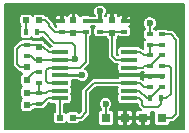
<source format=gtl>
G04 #@! TF.FileFunction,Copper,L1,Top,Mixed*
%FSLAX46Y46*%
G04 Gerber Fmt 4.6, Leading zero omitted, Abs format (unit mm)*
G04 Created by KiCad (PCBNEW 4.0.6-e0-6349~53~ubuntu16.04.1) date Wed Apr 19 22:32:26 2017*
%MOMM*%
%LPD*%
G01*
G04 APERTURE LIST*
%ADD10C,0.100000*%
%ADD11R,0.800000X0.800000*%
%ADD12R,1.450000X0.450000*%
%ADD13R,0.500000X0.600000*%
%ADD14R,0.600000X0.500000*%
%ADD15R,0.600000X0.400000*%
%ADD16R,0.400000X0.600000*%
%ADD17C,0.600000*%
%ADD18C,0.304800*%
%ADD19C,0.203200*%
%ADD20C,0.254000*%
%ADD21C,0.152400*%
G04 APERTURE END LIST*
D10*
D11*
X133947000Y-126103000D03*
X135547000Y-126103000D03*
X138722000Y-126103000D03*
X137122000Y-126103000D03*
D12*
X130050000Y-120550000D03*
X130050000Y-121200000D03*
X130050000Y-121850000D03*
X130050000Y-122500000D03*
X130050000Y-123150000D03*
X130050000Y-123800000D03*
X130050000Y-124450000D03*
X135950000Y-124450000D03*
X135950000Y-123800000D03*
X135950000Y-123150000D03*
X135950000Y-122500000D03*
X135950000Y-121850000D03*
X135950000Y-121200000D03*
X135950000Y-120550000D03*
D13*
X131214000Y-118935000D03*
X131214000Y-117835000D03*
D14*
X128312000Y-117848000D03*
X127212000Y-117848000D03*
D13*
X128270000Y-120092000D03*
X128270000Y-121192000D03*
X127254000Y-122906500D03*
X127254000Y-121806500D03*
X127254000Y-125065500D03*
X127254000Y-123965500D03*
D14*
X131169500Y-126103000D03*
X130069500Y-126103000D03*
D13*
X134493000Y-118906000D03*
X134493000Y-117806000D03*
D15*
X132232400Y-117914000D03*
X132232400Y-118814000D03*
X130200400Y-118814000D03*
X130200400Y-117914000D03*
D16*
X128085000Y-118864000D03*
X127185000Y-118864000D03*
D15*
X127254000Y-119938000D03*
X127254000Y-120838000D03*
X128270000Y-123124000D03*
X128270000Y-122224000D03*
X128270000Y-124902000D03*
X128270000Y-124002000D03*
X137668000Y-123505000D03*
X137668000Y-122605000D03*
X138684000Y-123505000D03*
X138684000Y-122605000D03*
D16*
X138626000Y-124452000D03*
X137726000Y-124452000D03*
D15*
X138684000Y-120827000D03*
X138684000Y-121727000D03*
X133477000Y-117906000D03*
X133477000Y-118806000D03*
X135509000Y-118806000D03*
X135509000Y-117906000D03*
X137668000Y-120827000D03*
X137668000Y-121727000D03*
X138684000Y-119049000D03*
X138684000Y-119949000D03*
X137668000Y-119049000D03*
X137668000Y-119949000D03*
D17*
X125984000Y-125730000D03*
X139446000Y-117348000D03*
X133794500Y-121793000D03*
X131318000Y-121094500D03*
X133475000Y-117100000D03*
X131953000Y-122491500D03*
X133934200Y-124942600D03*
X137668000Y-118110000D03*
D18*
X125984000Y-116840000D02*
X130048000Y-116840000D01*
X125984000Y-125730000D02*
X125984000Y-116840000D01*
X130200400Y-116992400D02*
X130200400Y-117914000D01*
X130048000Y-116840000D02*
X130200400Y-116992400D01*
X135890000Y-117348000D02*
X135509000Y-117729000D01*
X139446000Y-117348000D02*
X135890000Y-117348000D01*
X135509000Y-117729000D02*
X135509000Y-117906000D01*
X135950000Y-122500000D02*
X134501500Y-122500000D01*
X134501500Y-122500000D02*
X133794500Y-121793000D01*
X137668000Y-122605000D02*
X137083000Y-122605000D01*
X136978000Y-122500000D02*
X135950000Y-122500000D01*
X137083000Y-122605000D02*
X136978000Y-122500000D01*
X138684000Y-122605000D02*
X137668000Y-122605000D01*
D19*
X130050000Y-121850000D02*
X129114700Y-121850000D01*
X129068200Y-123150000D02*
X130050000Y-123150000D01*
X128892300Y-122974100D02*
X129068200Y-123150000D01*
X128892300Y-122072400D02*
X128892300Y-122974100D01*
X129114700Y-121850000D02*
X128892300Y-122072400D01*
X132232400Y-118814000D02*
X132232400Y-121386600D01*
X131769000Y-121850000D02*
X130050000Y-121850000D01*
X132232400Y-121386600D02*
X131769000Y-121850000D01*
X130200400Y-118814000D02*
X129609000Y-118814000D01*
X128833500Y-117848000D02*
X128312000Y-117848000D01*
X129159000Y-118173500D02*
X128833500Y-117848000D01*
X129159000Y-118364000D02*
X129159000Y-118173500D01*
X129609000Y-118814000D02*
X129159000Y-118364000D01*
X132214000Y-118835000D02*
X131314000Y-118835000D01*
X131314000Y-118835000D02*
X131214000Y-118935000D01*
X130214000Y-118835000D02*
X131114000Y-118835000D01*
X131114000Y-118835000D02*
X131214000Y-118935000D01*
X127212000Y-117848000D02*
X127212000Y-118837000D01*
X127212000Y-118837000D02*
X127185000Y-118864000D01*
X128270000Y-120092000D02*
X128672500Y-120092000D01*
X129130500Y-120550000D02*
X130050000Y-120550000D01*
X128672500Y-120092000D02*
X129130500Y-120550000D01*
X127254000Y-119938000D02*
X128116000Y-119938000D01*
X128116000Y-119938000D02*
X128270000Y-120092000D01*
X127254000Y-119938000D02*
X126751500Y-119938000D01*
X126704000Y-121806500D02*
X127254000Y-121806500D01*
X126428500Y-121531000D02*
X126704000Y-121806500D01*
X126428500Y-120261000D02*
X126428500Y-121531000D01*
X126751500Y-119938000D02*
X126428500Y-120261000D01*
X131314000Y-121090500D02*
X131318000Y-121086500D01*
X131318000Y-121094500D02*
X131314000Y-121090500D01*
X128085000Y-118864000D02*
X128714500Y-118864000D01*
X131204500Y-121200000D02*
X130050000Y-121200000D01*
X131318000Y-121086500D02*
X131204500Y-121200000D01*
X131318000Y-120007000D02*
X131318000Y-121086500D01*
X131064000Y-119753000D02*
X131318000Y-120007000D01*
X129603500Y-119753000D02*
X131064000Y-119753000D01*
X128714500Y-118864000D02*
X129603500Y-119753000D01*
X128270000Y-121192000D02*
X130042000Y-121192000D01*
X130042000Y-121192000D02*
X130050000Y-121200000D01*
X127254000Y-120838000D02*
X127577000Y-120838000D01*
X127931000Y-121192000D02*
X128270000Y-121192000D01*
X127577000Y-120838000D02*
X127931000Y-121192000D01*
D18*
X133475000Y-117100000D02*
X133477000Y-117102000D01*
X133477000Y-117102000D02*
X133477000Y-117906000D01*
X132232400Y-117914000D02*
X132969000Y-117914000D01*
X132969000Y-117914000D02*
X133469000Y-117914000D01*
X133469000Y-117914000D02*
X133477000Y-117906000D01*
D20*
X131944500Y-122500000D02*
X130050000Y-122500000D01*
X131953000Y-122491500D02*
X131944500Y-122500000D01*
D19*
X127254000Y-122906500D02*
X127254000Y-122864500D01*
X127254000Y-122864500D02*
X127894500Y-122224000D01*
X127894500Y-122224000D02*
X128270000Y-122224000D01*
X130050000Y-124450000D02*
X130050000Y-126020000D01*
X130050000Y-126020000D02*
X130133000Y-126103000D01*
X128270000Y-124902000D02*
X128582000Y-124902000D01*
X129034000Y-124450000D02*
X130050000Y-124450000D01*
X128582000Y-124902000D02*
X129034000Y-124450000D01*
X127254000Y-125065500D02*
X127656500Y-125065500D01*
X127820000Y-124902000D02*
X128270000Y-124902000D01*
X127656500Y-125065500D02*
X127820000Y-124902000D01*
X128270000Y-124002000D02*
X128847000Y-124002000D01*
X129049000Y-123800000D02*
X130050000Y-123800000D01*
X128847000Y-124002000D02*
X129049000Y-123800000D01*
X127254000Y-123965500D02*
X128233500Y-123965500D01*
X128233500Y-123965500D02*
X128270000Y-124002000D01*
X128270000Y-123124000D02*
X128270000Y-124002000D01*
X135950000Y-123150000D02*
X136810500Y-123150000D01*
X137165500Y-123505000D02*
X137668000Y-123505000D01*
X136810500Y-123150000D02*
X137165500Y-123505000D01*
X131169500Y-126103000D02*
X131826000Y-126103000D01*
X132937500Y-123150000D02*
X135950000Y-123150000D01*
X132270500Y-123817000D02*
X132937500Y-123150000D01*
X132270500Y-125658500D02*
X132270500Y-123817000D01*
X131826000Y-126103000D02*
X132270500Y-125658500D01*
X134493000Y-118906000D02*
X134493000Y-120896000D01*
X134797000Y-121200000D02*
X135950000Y-121200000D01*
X134493000Y-120896000D02*
X134797000Y-121200000D01*
X135509000Y-118806000D02*
X134593000Y-118806000D01*
X134593000Y-118806000D02*
X134493000Y-118906000D01*
X133477000Y-118806000D02*
X134393000Y-118806000D01*
X134393000Y-118806000D02*
X134493000Y-118906000D01*
X133947000Y-124955400D02*
X133947000Y-126103000D01*
X133934200Y-124942600D02*
X133947000Y-124955400D01*
X138722000Y-126103000D02*
X139573000Y-126103000D01*
X139440500Y-119049000D02*
X138684000Y-119049000D01*
X139890500Y-119499000D02*
X139440500Y-119049000D01*
X139890500Y-125785500D02*
X139890500Y-119499000D01*
X139573000Y-126103000D02*
X139890500Y-125785500D01*
X137668000Y-119049000D02*
X137668000Y-118110000D01*
X137726000Y-124452000D02*
X137726000Y-124394000D01*
X137726000Y-124394000D02*
X138615000Y-123505000D01*
X138615000Y-123505000D02*
X138684000Y-123505000D01*
X135950000Y-123800000D02*
X136762000Y-123800000D01*
X137414000Y-124452000D02*
X137726000Y-124452000D01*
X136762000Y-123800000D02*
X137414000Y-124452000D01*
X138626000Y-124452000D02*
X139065000Y-124452000D01*
X139261000Y-121727000D02*
X138684000Y-121727000D01*
X139446000Y-121912000D02*
X139261000Y-121727000D01*
X139446000Y-124071000D02*
X139446000Y-121912000D01*
X139065000Y-124452000D02*
X139446000Y-124071000D01*
X138620500Y-124457500D02*
X138620500Y-124960000D01*
X136777000Y-124450000D02*
X137033000Y-124706000D01*
X137033000Y-124706000D02*
X137033000Y-125023500D01*
X137033000Y-125023500D02*
X137223500Y-125214000D01*
X137223500Y-125214000D02*
X138366500Y-125214000D01*
X138366500Y-125214000D02*
X138620500Y-124960000D01*
X136777000Y-124450000D02*
X135950000Y-124450000D01*
X138620500Y-124457500D02*
X138626000Y-124452000D01*
X137668000Y-121727000D02*
X137726000Y-121727000D01*
X137726000Y-121727000D02*
X138626000Y-120827000D01*
X138626000Y-120827000D02*
X138684000Y-120827000D01*
X135950000Y-121850000D02*
X137095000Y-121850000D01*
X137218000Y-121727000D02*
X137668000Y-121727000D01*
X137095000Y-121850000D02*
X137218000Y-121727000D01*
X137668000Y-119949000D02*
X138684000Y-119949000D01*
X137668000Y-120827000D02*
X137668000Y-119949000D01*
X135950000Y-120550000D02*
X136877500Y-120550000D01*
X137154500Y-120827000D02*
X137668000Y-120827000D01*
X136877500Y-120550000D02*
X137154500Y-120827000D01*
D21*
G36*
X140548800Y-127048800D02*
X125451200Y-127048800D01*
X125451200Y-120261000D01*
X126047500Y-120261000D01*
X126047500Y-121531000D01*
X126076502Y-121676803D01*
X126159092Y-121800408D01*
X126434592Y-122075908D01*
X126558198Y-122158498D01*
X126704000Y-122187501D01*
X126704005Y-122187500D01*
X126734368Y-122187500D01*
X126738609Y-122210039D01*
X126799801Y-122305134D01*
X126875737Y-122357019D01*
X126805366Y-122402301D01*
X126741571Y-122495668D01*
X126719127Y-122606500D01*
X126719127Y-123206500D01*
X126738609Y-123310039D01*
X126799801Y-123405134D01*
X126844834Y-123435904D01*
X126805366Y-123461301D01*
X126741571Y-123554668D01*
X126719127Y-123665500D01*
X126719127Y-124265500D01*
X126738609Y-124369039D01*
X126799801Y-124464134D01*
X126875737Y-124516019D01*
X126805366Y-124561301D01*
X126741571Y-124654668D01*
X126719127Y-124765500D01*
X126719127Y-125365500D01*
X126738609Y-125469039D01*
X126799801Y-125564134D01*
X126893168Y-125627929D01*
X127004000Y-125650373D01*
X127504000Y-125650373D01*
X127607539Y-125630891D01*
X127702634Y-125569699D01*
X127766429Y-125476332D01*
X127777338Y-125422464D01*
X127802303Y-125417498D01*
X127876480Y-125367935D01*
X127970000Y-125386873D01*
X128570000Y-125386873D01*
X128673539Y-125367391D01*
X128768634Y-125306199D01*
X128832429Y-125212832D01*
X128839160Y-125179592D01*
X128851408Y-125171408D01*
X129137661Y-124885154D01*
X129214168Y-124937429D01*
X129325000Y-124959873D01*
X129669000Y-124959873D01*
X129669000Y-125587037D01*
X129665961Y-125587609D01*
X129570866Y-125648801D01*
X129507071Y-125742168D01*
X129484627Y-125853000D01*
X129484627Y-126353000D01*
X129504109Y-126456539D01*
X129565301Y-126551634D01*
X129658668Y-126615429D01*
X129769500Y-126637873D01*
X130369500Y-126637873D01*
X130473039Y-126618391D01*
X130568134Y-126557199D01*
X130620019Y-126481263D01*
X130665301Y-126551634D01*
X130758668Y-126615429D01*
X130869500Y-126637873D01*
X131469500Y-126637873D01*
X131573039Y-126618391D01*
X131668134Y-126557199D01*
X131718149Y-126484000D01*
X131826000Y-126484000D01*
X131971803Y-126454998D01*
X132095408Y-126372408D01*
X132539908Y-125927908D01*
X132622498Y-125804303D01*
X132642648Y-125703000D01*
X133262127Y-125703000D01*
X133262127Y-126503000D01*
X133281609Y-126606539D01*
X133342801Y-126701634D01*
X133436168Y-126765429D01*
X133547000Y-126787873D01*
X134347000Y-126787873D01*
X134450539Y-126768391D01*
X134545634Y-126707199D01*
X134609429Y-126613832D01*
X134631873Y-126503000D01*
X134631873Y-126249050D01*
X134867600Y-126249050D01*
X134867600Y-126558576D01*
X134910136Y-126661267D01*
X134988733Y-126739864D01*
X135091424Y-126782400D01*
X135400950Y-126782400D01*
X135470800Y-126712550D01*
X135470800Y-126179200D01*
X135623200Y-126179200D01*
X135623200Y-126712550D01*
X135693050Y-126782400D01*
X136002576Y-126782400D01*
X136105267Y-126739864D01*
X136183864Y-126661267D01*
X136226400Y-126558576D01*
X136226400Y-126249050D01*
X136442600Y-126249050D01*
X136442600Y-126558576D01*
X136485136Y-126661267D01*
X136563733Y-126739864D01*
X136666424Y-126782400D01*
X136975950Y-126782400D01*
X137045800Y-126712550D01*
X137045800Y-126179200D01*
X137198200Y-126179200D01*
X137198200Y-126712550D01*
X137268050Y-126782400D01*
X137577576Y-126782400D01*
X137680267Y-126739864D01*
X137758864Y-126661267D01*
X137801400Y-126558576D01*
X137801400Y-126249050D01*
X137731550Y-126179200D01*
X137198200Y-126179200D01*
X137045800Y-126179200D01*
X136512450Y-126179200D01*
X136442600Y-126249050D01*
X136226400Y-126249050D01*
X136156550Y-126179200D01*
X135623200Y-126179200D01*
X135470800Y-126179200D01*
X134937450Y-126179200D01*
X134867600Y-126249050D01*
X134631873Y-126249050D01*
X134631873Y-125703000D01*
X134621416Y-125647424D01*
X134867600Y-125647424D01*
X134867600Y-125956950D01*
X134937450Y-126026800D01*
X135470800Y-126026800D01*
X135470800Y-125493450D01*
X135623200Y-125493450D01*
X135623200Y-126026800D01*
X136156550Y-126026800D01*
X136226400Y-125956950D01*
X136226400Y-125647424D01*
X136183864Y-125544733D01*
X136105267Y-125466136D01*
X136002576Y-125423600D01*
X135693050Y-125423600D01*
X135623200Y-125493450D01*
X135470800Y-125493450D01*
X135400950Y-125423600D01*
X135091424Y-125423600D01*
X134988733Y-125466136D01*
X134910136Y-125544733D01*
X134867600Y-125647424D01*
X134621416Y-125647424D01*
X134612391Y-125599461D01*
X134551199Y-125504366D01*
X134457832Y-125440571D01*
X134347000Y-125418127D01*
X134328000Y-125418127D01*
X134328000Y-125368168D01*
X134425105Y-125271232D01*
X134513499Y-125058355D01*
X134513700Y-124827856D01*
X134425678Y-124614825D01*
X134262832Y-124451695D01*
X134049955Y-124363301D01*
X133819456Y-124363100D01*
X133606425Y-124451122D01*
X133443295Y-124613968D01*
X133354901Y-124826845D01*
X133354700Y-125057344D01*
X133442722Y-125270375D01*
X133566000Y-125393868D01*
X133566000Y-125418127D01*
X133547000Y-125418127D01*
X133443461Y-125437609D01*
X133348366Y-125498801D01*
X133284571Y-125592168D01*
X133262127Y-125703000D01*
X132642648Y-125703000D01*
X132651500Y-125658500D01*
X132651500Y-123974816D01*
X133095315Y-123531000D01*
X134949037Y-123531000D01*
X134940127Y-123575000D01*
X134940127Y-124025000D01*
X134959609Y-124128539D01*
X134959648Y-124128600D01*
X134940127Y-124225000D01*
X134940127Y-124675000D01*
X134959609Y-124778539D01*
X135020801Y-124873634D01*
X135114168Y-124937429D01*
X135225000Y-124959873D01*
X136652000Y-124959873D01*
X136652000Y-125023500D01*
X136681002Y-125169303D01*
X136763592Y-125292908D01*
X136894285Y-125423600D01*
X136666424Y-125423600D01*
X136563733Y-125466136D01*
X136485136Y-125544733D01*
X136442600Y-125647424D01*
X136442600Y-125956950D01*
X136512450Y-126026800D01*
X137045800Y-126026800D01*
X137045800Y-126006800D01*
X137198200Y-126006800D01*
X137198200Y-126026800D01*
X137731550Y-126026800D01*
X137801400Y-125956950D01*
X137801400Y-125647424D01*
X137779685Y-125595000D01*
X138058998Y-125595000D01*
X138037127Y-125703000D01*
X138037127Y-126503000D01*
X138056609Y-126606539D01*
X138117801Y-126701634D01*
X138211168Y-126765429D01*
X138322000Y-126787873D01*
X139122000Y-126787873D01*
X139225539Y-126768391D01*
X139320634Y-126707199D01*
X139384429Y-126613832D01*
X139406873Y-126503000D01*
X139406873Y-126484000D01*
X139573000Y-126484000D01*
X139718803Y-126454998D01*
X139842408Y-126372408D01*
X140159908Y-126054908D01*
X140242498Y-125931302D01*
X140271501Y-125785500D01*
X140271500Y-125785495D01*
X140271500Y-119499000D01*
X140266840Y-119475571D01*
X140242498Y-119353197D01*
X140159908Y-119229592D01*
X139709908Y-118779592D01*
X139586303Y-118697002D01*
X139440500Y-118668000D01*
X139199546Y-118668000D01*
X139188199Y-118650366D01*
X139094832Y-118586571D01*
X138984000Y-118564127D01*
X138384000Y-118564127D01*
X138280461Y-118583609D01*
X138185366Y-118644801D01*
X138176741Y-118657424D01*
X138172199Y-118650366D01*
X138078832Y-118586571D01*
X138049000Y-118580530D01*
X138049000Y-118548346D01*
X138158905Y-118438632D01*
X138247299Y-118225755D01*
X138247500Y-117995256D01*
X138159478Y-117782225D01*
X137996632Y-117619095D01*
X137783755Y-117530701D01*
X137553256Y-117530500D01*
X137340225Y-117618522D01*
X137177095Y-117781368D01*
X137088701Y-117994245D01*
X137088500Y-118224744D01*
X137176522Y-118437775D01*
X137287000Y-118548446D01*
X137287000Y-118579368D01*
X137264461Y-118583609D01*
X137169366Y-118644801D01*
X137105571Y-118738168D01*
X137083127Y-118849000D01*
X137083127Y-119249000D01*
X137102609Y-119352539D01*
X137163801Y-119447634D01*
X137239737Y-119499519D01*
X137169366Y-119544801D01*
X137105571Y-119638168D01*
X137083127Y-119749000D01*
X137083127Y-120149000D01*
X137102276Y-120250770D01*
X137023303Y-120198002D01*
X136910910Y-120175646D01*
X136879199Y-120126366D01*
X136785832Y-120062571D01*
X136675000Y-120040127D01*
X135225000Y-120040127D01*
X135121461Y-120059609D01*
X135026366Y-120120801D01*
X134962571Y-120214168D01*
X134940127Y-120325000D01*
X134940127Y-120775000D01*
X134946920Y-120811104D01*
X134874000Y-120738184D01*
X134874000Y-119453720D01*
X134941634Y-119410199D01*
X135005429Y-119316832D01*
X135025312Y-119218648D01*
X135098168Y-119268429D01*
X135209000Y-119290873D01*
X135809000Y-119290873D01*
X135912539Y-119271391D01*
X136007634Y-119210199D01*
X136071429Y-119116832D01*
X136093873Y-119006000D01*
X136093873Y-118606000D01*
X136074391Y-118502461D01*
X136013199Y-118407366D01*
X135937091Y-118355363D01*
X135967267Y-118342864D01*
X136045864Y-118264267D01*
X136088400Y-118161576D01*
X136088400Y-118052050D01*
X136018550Y-117982200D01*
X135585200Y-117982200D01*
X135585200Y-118002200D01*
X135432800Y-118002200D01*
X135432800Y-117982200D01*
X135412800Y-117982200D01*
X135412800Y-117829800D01*
X135432800Y-117829800D01*
X135432800Y-117496450D01*
X135585200Y-117496450D01*
X135585200Y-117829800D01*
X136018550Y-117829800D01*
X136088400Y-117759950D01*
X136088400Y-117650424D01*
X136045864Y-117547733D01*
X135967267Y-117469136D01*
X135864576Y-117426600D01*
X135655050Y-117426600D01*
X135585200Y-117496450D01*
X135432800Y-117496450D01*
X135362950Y-117426600D01*
X135153424Y-117426600D01*
X135050733Y-117469136D01*
X135022400Y-117497469D01*
X135022400Y-117450424D01*
X134979864Y-117347733D01*
X134901267Y-117269136D01*
X134798576Y-117226600D01*
X134639050Y-117226600D01*
X134569200Y-117296450D01*
X134569200Y-117729800D01*
X134589200Y-117729800D01*
X134589200Y-117882200D01*
X134569200Y-117882200D01*
X134569200Y-117902200D01*
X134416800Y-117902200D01*
X134416800Y-117882200D01*
X134396800Y-117882200D01*
X134396800Y-117729800D01*
X134416800Y-117729800D01*
X134416800Y-117296450D01*
X134346950Y-117226600D01*
X134187424Y-117226600D01*
X134084733Y-117269136D01*
X134006136Y-117347733D01*
X133963600Y-117450424D01*
X133963600Y-117495341D01*
X133925297Y-117469170D01*
X133965905Y-117428632D01*
X134054299Y-117215755D01*
X134054500Y-116985256D01*
X133966478Y-116772225D01*
X133803632Y-116609095D01*
X133590755Y-116520701D01*
X133360256Y-116520500D01*
X133147225Y-116608522D01*
X132984095Y-116771368D01*
X132895701Y-116984245D01*
X132895500Y-117214744D01*
X132983522Y-117427775D01*
X133026500Y-117470828D01*
X133008827Y-117482200D01*
X132688059Y-117482200D01*
X132643232Y-117451571D01*
X132532400Y-117429127D01*
X131932400Y-117429127D01*
X131828861Y-117448609D01*
X131743400Y-117503602D01*
X131743400Y-117479424D01*
X131700864Y-117376733D01*
X131622267Y-117298136D01*
X131519576Y-117255600D01*
X131360050Y-117255600D01*
X131290200Y-117325450D01*
X131290200Y-117758800D01*
X131310200Y-117758800D01*
X131310200Y-117911200D01*
X131290200Y-117911200D01*
X131290200Y-117931200D01*
X131137800Y-117931200D01*
X131137800Y-117911200D01*
X131117800Y-117911200D01*
X131117800Y-117758800D01*
X131137800Y-117758800D01*
X131137800Y-117325450D01*
X131067950Y-117255600D01*
X130908424Y-117255600D01*
X130805733Y-117298136D01*
X130727136Y-117376733D01*
X130684600Y-117479424D01*
X130684600Y-117503069D01*
X130658667Y-117477136D01*
X130555976Y-117434600D01*
X130346450Y-117434600D01*
X130276600Y-117504450D01*
X130276600Y-117837800D01*
X130296600Y-117837800D01*
X130296600Y-117990200D01*
X130276600Y-117990200D01*
X130276600Y-118010200D01*
X130124200Y-118010200D01*
X130124200Y-117990200D01*
X129690850Y-117990200D01*
X129621000Y-118060050D01*
X129621000Y-118169576D01*
X129663536Y-118272267D01*
X129742133Y-118350864D01*
X129773297Y-118363772D01*
X129727231Y-118393415D01*
X129540000Y-118206184D01*
X129540000Y-118173505D01*
X129540001Y-118173500D01*
X129510998Y-118027698D01*
X129489321Y-117995256D01*
X129428408Y-117904092D01*
X129428405Y-117904090D01*
X129182740Y-117658424D01*
X129621000Y-117658424D01*
X129621000Y-117767950D01*
X129690850Y-117837800D01*
X130124200Y-117837800D01*
X130124200Y-117504450D01*
X130054350Y-117434600D01*
X129844824Y-117434600D01*
X129742133Y-117477136D01*
X129663536Y-117555733D01*
X129621000Y-117658424D01*
X129182740Y-117658424D01*
X129102908Y-117578592D01*
X128979303Y-117496002D01*
X128863569Y-117472981D01*
X128816199Y-117399366D01*
X128722832Y-117335571D01*
X128612000Y-117313127D01*
X128012000Y-117313127D01*
X127908461Y-117332609D01*
X127813366Y-117393801D01*
X127761481Y-117469737D01*
X127716199Y-117399366D01*
X127622832Y-117335571D01*
X127512000Y-117313127D01*
X126912000Y-117313127D01*
X126808461Y-117332609D01*
X126713366Y-117393801D01*
X126649571Y-117487168D01*
X126627127Y-117598000D01*
X126627127Y-118098000D01*
X126646609Y-118201539D01*
X126707801Y-118296634D01*
X126793516Y-118355200D01*
X126786366Y-118359801D01*
X126722571Y-118453168D01*
X126700127Y-118564000D01*
X126700127Y-119164000D01*
X126719609Y-119267539D01*
X126780801Y-119362634D01*
X126874168Y-119426429D01*
X126985000Y-119448873D01*
X127385000Y-119448873D01*
X127488539Y-119429391D01*
X127583634Y-119368199D01*
X127635519Y-119292263D01*
X127680801Y-119362634D01*
X127774168Y-119426429D01*
X127885000Y-119448873D01*
X128285000Y-119448873D01*
X128388539Y-119429391D01*
X128483634Y-119368199D01*
X128547429Y-119274832D01*
X128553470Y-119245000D01*
X128556684Y-119245000D01*
X129334092Y-120022408D01*
X129360611Y-120040127D01*
X129325000Y-120040127D01*
X129221461Y-120059609D01*
X129195579Y-120076263D01*
X128941908Y-119822592D01*
X128818303Y-119740002D01*
X128794186Y-119735205D01*
X128785391Y-119688461D01*
X128724199Y-119593366D01*
X128630832Y-119529571D01*
X128520000Y-119507127D01*
X128020000Y-119507127D01*
X127916461Y-119526609D01*
X127869232Y-119557000D01*
X127769546Y-119557000D01*
X127758199Y-119539366D01*
X127664832Y-119475571D01*
X127554000Y-119453127D01*
X126954000Y-119453127D01*
X126850461Y-119472609D01*
X126755366Y-119533801D01*
X126737630Y-119559759D01*
X126605697Y-119586002D01*
X126482092Y-119668592D01*
X126159092Y-119991592D01*
X126076502Y-120115197D01*
X126055972Y-120218408D01*
X126047500Y-120261000D01*
X125451200Y-120261000D01*
X125451200Y-116451200D01*
X140548800Y-116451200D01*
X140548800Y-127048800D01*
X140548800Y-127048800D01*
G37*
X140548800Y-127048800D02*
X125451200Y-127048800D01*
X125451200Y-120261000D01*
X126047500Y-120261000D01*
X126047500Y-121531000D01*
X126076502Y-121676803D01*
X126159092Y-121800408D01*
X126434592Y-122075908D01*
X126558198Y-122158498D01*
X126704000Y-122187501D01*
X126704005Y-122187500D01*
X126734368Y-122187500D01*
X126738609Y-122210039D01*
X126799801Y-122305134D01*
X126875737Y-122357019D01*
X126805366Y-122402301D01*
X126741571Y-122495668D01*
X126719127Y-122606500D01*
X126719127Y-123206500D01*
X126738609Y-123310039D01*
X126799801Y-123405134D01*
X126844834Y-123435904D01*
X126805366Y-123461301D01*
X126741571Y-123554668D01*
X126719127Y-123665500D01*
X126719127Y-124265500D01*
X126738609Y-124369039D01*
X126799801Y-124464134D01*
X126875737Y-124516019D01*
X126805366Y-124561301D01*
X126741571Y-124654668D01*
X126719127Y-124765500D01*
X126719127Y-125365500D01*
X126738609Y-125469039D01*
X126799801Y-125564134D01*
X126893168Y-125627929D01*
X127004000Y-125650373D01*
X127504000Y-125650373D01*
X127607539Y-125630891D01*
X127702634Y-125569699D01*
X127766429Y-125476332D01*
X127777338Y-125422464D01*
X127802303Y-125417498D01*
X127876480Y-125367935D01*
X127970000Y-125386873D01*
X128570000Y-125386873D01*
X128673539Y-125367391D01*
X128768634Y-125306199D01*
X128832429Y-125212832D01*
X128839160Y-125179592D01*
X128851408Y-125171408D01*
X129137661Y-124885154D01*
X129214168Y-124937429D01*
X129325000Y-124959873D01*
X129669000Y-124959873D01*
X129669000Y-125587037D01*
X129665961Y-125587609D01*
X129570866Y-125648801D01*
X129507071Y-125742168D01*
X129484627Y-125853000D01*
X129484627Y-126353000D01*
X129504109Y-126456539D01*
X129565301Y-126551634D01*
X129658668Y-126615429D01*
X129769500Y-126637873D01*
X130369500Y-126637873D01*
X130473039Y-126618391D01*
X130568134Y-126557199D01*
X130620019Y-126481263D01*
X130665301Y-126551634D01*
X130758668Y-126615429D01*
X130869500Y-126637873D01*
X131469500Y-126637873D01*
X131573039Y-126618391D01*
X131668134Y-126557199D01*
X131718149Y-126484000D01*
X131826000Y-126484000D01*
X131971803Y-126454998D01*
X132095408Y-126372408D01*
X132539908Y-125927908D01*
X132622498Y-125804303D01*
X132642648Y-125703000D01*
X133262127Y-125703000D01*
X133262127Y-126503000D01*
X133281609Y-126606539D01*
X133342801Y-126701634D01*
X133436168Y-126765429D01*
X133547000Y-126787873D01*
X134347000Y-126787873D01*
X134450539Y-126768391D01*
X134545634Y-126707199D01*
X134609429Y-126613832D01*
X134631873Y-126503000D01*
X134631873Y-126249050D01*
X134867600Y-126249050D01*
X134867600Y-126558576D01*
X134910136Y-126661267D01*
X134988733Y-126739864D01*
X135091424Y-126782400D01*
X135400950Y-126782400D01*
X135470800Y-126712550D01*
X135470800Y-126179200D01*
X135623200Y-126179200D01*
X135623200Y-126712550D01*
X135693050Y-126782400D01*
X136002576Y-126782400D01*
X136105267Y-126739864D01*
X136183864Y-126661267D01*
X136226400Y-126558576D01*
X136226400Y-126249050D01*
X136442600Y-126249050D01*
X136442600Y-126558576D01*
X136485136Y-126661267D01*
X136563733Y-126739864D01*
X136666424Y-126782400D01*
X136975950Y-126782400D01*
X137045800Y-126712550D01*
X137045800Y-126179200D01*
X137198200Y-126179200D01*
X137198200Y-126712550D01*
X137268050Y-126782400D01*
X137577576Y-126782400D01*
X137680267Y-126739864D01*
X137758864Y-126661267D01*
X137801400Y-126558576D01*
X137801400Y-126249050D01*
X137731550Y-126179200D01*
X137198200Y-126179200D01*
X137045800Y-126179200D01*
X136512450Y-126179200D01*
X136442600Y-126249050D01*
X136226400Y-126249050D01*
X136156550Y-126179200D01*
X135623200Y-126179200D01*
X135470800Y-126179200D01*
X134937450Y-126179200D01*
X134867600Y-126249050D01*
X134631873Y-126249050D01*
X134631873Y-125703000D01*
X134621416Y-125647424D01*
X134867600Y-125647424D01*
X134867600Y-125956950D01*
X134937450Y-126026800D01*
X135470800Y-126026800D01*
X135470800Y-125493450D01*
X135623200Y-125493450D01*
X135623200Y-126026800D01*
X136156550Y-126026800D01*
X136226400Y-125956950D01*
X136226400Y-125647424D01*
X136183864Y-125544733D01*
X136105267Y-125466136D01*
X136002576Y-125423600D01*
X135693050Y-125423600D01*
X135623200Y-125493450D01*
X135470800Y-125493450D01*
X135400950Y-125423600D01*
X135091424Y-125423600D01*
X134988733Y-125466136D01*
X134910136Y-125544733D01*
X134867600Y-125647424D01*
X134621416Y-125647424D01*
X134612391Y-125599461D01*
X134551199Y-125504366D01*
X134457832Y-125440571D01*
X134347000Y-125418127D01*
X134328000Y-125418127D01*
X134328000Y-125368168D01*
X134425105Y-125271232D01*
X134513499Y-125058355D01*
X134513700Y-124827856D01*
X134425678Y-124614825D01*
X134262832Y-124451695D01*
X134049955Y-124363301D01*
X133819456Y-124363100D01*
X133606425Y-124451122D01*
X133443295Y-124613968D01*
X133354901Y-124826845D01*
X133354700Y-125057344D01*
X133442722Y-125270375D01*
X133566000Y-125393868D01*
X133566000Y-125418127D01*
X133547000Y-125418127D01*
X133443461Y-125437609D01*
X133348366Y-125498801D01*
X133284571Y-125592168D01*
X133262127Y-125703000D01*
X132642648Y-125703000D01*
X132651500Y-125658500D01*
X132651500Y-123974816D01*
X133095315Y-123531000D01*
X134949037Y-123531000D01*
X134940127Y-123575000D01*
X134940127Y-124025000D01*
X134959609Y-124128539D01*
X134959648Y-124128600D01*
X134940127Y-124225000D01*
X134940127Y-124675000D01*
X134959609Y-124778539D01*
X135020801Y-124873634D01*
X135114168Y-124937429D01*
X135225000Y-124959873D01*
X136652000Y-124959873D01*
X136652000Y-125023500D01*
X136681002Y-125169303D01*
X136763592Y-125292908D01*
X136894285Y-125423600D01*
X136666424Y-125423600D01*
X136563733Y-125466136D01*
X136485136Y-125544733D01*
X136442600Y-125647424D01*
X136442600Y-125956950D01*
X136512450Y-126026800D01*
X137045800Y-126026800D01*
X137045800Y-126006800D01*
X137198200Y-126006800D01*
X137198200Y-126026800D01*
X137731550Y-126026800D01*
X137801400Y-125956950D01*
X137801400Y-125647424D01*
X137779685Y-125595000D01*
X138058998Y-125595000D01*
X138037127Y-125703000D01*
X138037127Y-126503000D01*
X138056609Y-126606539D01*
X138117801Y-126701634D01*
X138211168Y-126765429D01*
X138322000Y-126787873D01*
X139122000Y-126787873D01*
X139225539Y-126768391D01*
X139320634Y-126707199D01*
X139384429Y-126613832D01*
X139406873Y-126503000D01*
X139406873Y-126484000D01*
X139573000Y-126484000D01*
X139718803Y-126454998D01*
X139842408Y-126372408D01*
X140159908Y-126054908D01*
X140242498Y-125931302D01*
X140271501Y-125785500D01*
X140271500Y-125785495D01*
X140271500Y-119499000D01*
X140266840Y-119475571D01*
X140242498Y-119353197D01*
X140159908Y-119229592D01*
X139709908Y-118779592D01*
X139586303Y-118697002D01*
X139440500Y-118668000D01*
X139199546Y-118668000D01*
X139188199Y-118650366D01*
X139094832Y-118586571D01*
X138984000Y-118564127D01*
X138384000Y-118564127D01*
X138280461Y-118583609D01*
X138185366Y-118644801D01*
X138176741Y-118657424D01*
X138172199Y-118650366D01*
X138078832Y-118586571D01*
X138049000Y-118580530D01*
X138049000Y-118548346D01*
X138158905Y-118438632D01*
X138247299Y-118225755D01*
X138247500Y-117995256D01*
X138159478Y-117782225D01*
X137996632Y-117619095D01*
X137783755Y-117530701D01*
X137553256Y-117530500D01*
X137340225Y-117618522D01*
X137177095Y-117781368D01*
X137088701Y-117994245D01*
X137088500Y-118224744D01*
X137176522Y-118437775D01*
X137287000Y-118548446D01*
X137287000Y-118579368D01*
X137264461Y-118583609D01*
X137169366Y-118644801D01*
X137105571Y-118738168D01*
X137083127Y-118849000D01*
X137083127Y-119249000D01*
X137102609Y-119352539D01*
X137163801Y-119447634D01*
X137239737Y-119499519D01*
X137169366Y-119544801D01*
X137105571Y-119638168D01*
X137083127Y-119749000D01*
X137083127Y-120149000D01*
X137102276Y-120250770D01*
X137023303Y-120198002D01*
X136910910Y-120175646D01*
X136879199Y-120126366D01*
X136785832Y-120062571D01*
X136675000Y-120040127D01*
X135225000Y-120040127D01*
X135121461Y-120059609D01*
X135026366Y-120120801D01*
X134962571Y-120214168D01*
X134940127Y-120325000D01*
X134940127Y-120775000D01*
X134946920Y-120811104D01*
X134874000Y-120738184D01*
X134874000Y-119453720D01*
X134941634Y-119410199D01*
X135005429Y-119316832D01*
X135025312Y-119218648D01*
X135098168Y-119268429D01*
X135209000Y-119290873D01*
X135809000Y-119290873D01*
X135912539Y-119271391D01*
X136007634Y-119210199D01*
X136071429Y-119116832D01*
X136093873Y-119006000D01*
X136093873Y-118606000D01*
X136074391Y-118502461D01*
X136013199Y-118407366D01*
X135937091Y-118355363D01*
X135967267Y-118342864D01*
X136045864Y-118264267D01*
X136088400Y-118161576D01*
X136088400Y-118052050D01*
X136018550Y-117982200D01*
X135585200Y-117982200D01*
X135585200Y-118002200D01*
X135432800Y-118002200D01*
X135432800Y-117982200D01*
X135412800Y-117982200D01*
X135412800Y-117829800D01*
X135432800Y-117829800D01*
X135432800Y-117496450D01*
X135585200Y-117496450D01*
X135585200Y-117829800D01*
X136018550Y-117829800D01*
X136088400Y-117759950D01*
X136088400Y-117650424D01*
X136045864Y-117547733D01*
X135967267Y-117469136D01*
X135864576Y-117426600D01*
X135655050Y-117426600D01*
X135585200Y-117496450D01*
X135432800Y-117496450D01*
X135362950Y-117426600D01*
X135153424Y-117426600D01*
X135050733Y-117469136D01*
X135022400Y-117497469D01*
X135022400Y-117450424D01*
X134979864Y-117347733D01*
X134901267Y-117269136D01*
X134798576Y-117226600D01*
X134639050Y-117226600D01*
X134569200Y-117296450D01*
X134569200Y-117729800D01*
X134589200Y-117729800D01*
X134589200Y-117882200D01*
X134569200Y-117882200D01*
X134569200Y-117902200D01*
X134416800Y-117902200D01*
X134416800Y-117882200D01*
X134396800Y-117882200D01*
X134396800Y-117729800D01*
X134416800Y-117729800D01*
X134416800Y-117296450D01*
X134346950Y-117226600D01*
X134187424Y-117226600D01*
X134084733Y-117269136D01*
X134006136Y-117347733D01*
X133963600Y-117450424D01*
X133963600Y-117495341D01*
X133925297Y-117469170D01*
X133965905Y-117428632D01*
X134054299Y-117215755D01*
X134054500Y-116985256D01*
X133966478Y-116772225D01*
X133803632Y-116609095D01*
X133590755Y-116520701D01*
X133360256Y-116520500D01*
X133147225Y-116608522D01*
X132984095Y-116771368D01*
X132895701Y-116984245D01*
X132895500Y-117214744D01*
X132983522Y-117427775D01*
X133026500Y-117470828D01*
X133008827Y-117482200D01*
X132688059Y-117482200D01*
X132643232Y-117451571D01*
X132532400Y-117429127D01*
X131932400Y-117429127D01*
X131828861Y-117448609D01*
X131743400Y-117503602D01*
X131743400Y-117479424D01*
X131700864Y-117376733D01*
X131622267Y-117298136D01*
X131519576Y-117255600D01*
X131360050Y-117255600D01*
X131290200Y-117325450D01*
X131290200Y-117758800D01*
X131310200Y-117758800D01*
X131310200Y-117911200D01*
X131290200Y-117911200D01*
X131290200Y-117931200D01*
X131137800Y-117931200D01*
X131137800Y-117911200D01*
X131117800Y-117911200D01*
X131117800Y-117758800D01*
X131137800Y-117758800D01*
X131137800Y-117325450D01*
X131067950Y-117255600D01*
X130908424Y-117255600D01*
X130805733Y-117298136D01*
X130727136Y-117376733D01*
X130684600Y-117479424D01*
X130684600Y-117503069D01*
X130658667Y-117477136D01*
X130555976Y-117434600D01*
X130346450Y-117434600D01*
X130276600Y-117504450D01*
X130276600Y-117837800D01*
X130296600Y-117837800D01*
X130296600Y-117990200D01*
X130276600Y-117990200D01*
X130276600Y-118010200D01*
X130124200Y-118010200D01*
X130124200Y-117990200D01*
X129690850Y-117990200D01*
X129621000Y-118060050D01*
X129621000Y-118169576D01*
X129663536Y-118272267D01*
X129742133Y-118350864D01*
X129773297Y-118363772D01*
X129727231Y-118393415D01*
X129540000Y-118206184D01*
X129540000Y-118173505D01*
X129540001Y-118173500D01*
X129510998Y-118027698D01*
X129489321Y-117995256D01*
X129428408Y-117904092D01*
X129428405Y-117904090D01*
X129182740Y-117658424D01*
X129621000Y-117658424D01*
X129621000Y-117767950D01*
X129690850Y-117837800D01*
X130124200Y-117837800D01*
X130124200Y-117504450D01*
X130054350Y-117434600D01*
X129844824Y-117434600D01*
X129742133Y-117477136D01*
X129663536Y-117555733D01*
X129621000Y-117658424D01*
X129182740Y-117658424D01*
X129102908Y-117578592D01*
X128979303Y-117496002D01*
X128863569Y-117472981D01*
X128816199Y-117399366D01*
X128722832Y-117335571D01*
X128612000Y-117313127D01*
X128012000Y-117313127D01*
X127908461Y-117332609D01*
X127813366Y-117393801D01*
X127761481Y-117469737D01*
X127716199Y-117399366D01*
X127622832Y-117335571D01*
X127512000Y-117313127D01*
X126912000Y-117313127D01*
X126808461Y-117332609D01*
X126713366Y-117393801D01*
X126649571Y-117487168D01*
X126627127Y-117598000D01*
X126627127Y-118098000D01*
X126646609Y-118201539D01*
X126707801Y-118296634D01*
X126793516Y-118355200D01*
X126786366Y-118359801D01*
X126722571Y-118453168D01*
X126700127Y-118564000D01*
X126700127Y-119164000D01*
X126719609Y-119267539D01*
X126780801Y-119362634D01*
X126874168Y-119426429D01*
X126985000Y-119448873D01*
X127385000Y-119448873D01*
X127488539Y-119429391D01*
X127583634Y-119368199D01*
X127635519Y-119292263D01*
X127680801Y-119362634D01*
X127774168Y-119426429D01*
X127885000Y-119448873D01*
X128285000Y-119448873D01*
X128388539Y-119429391D01*
X128483634Y-119368199D01*
X128547429Y-119274832D01*
X128553470Y-119245000D01*
X128556684Y-119245000D01*
X129334092Y-120022408D01*
X129360611Y-120040127D01*
X129325000Y-120040127D01*
X129221461Y-120059609D01*
X129195579Y-120076263D01*
X128941908Y-119822592D01*
X128818303Y-119740002D01*
X128794186Y-119735205D01*
X128785391Y-119688461D01*
X128724199Y-119593366D01*
X128630832Y-119529571D01*
X128520000Y-119507127D01*
X128020000Y-119507127D01*
X127916461Y-119526609D01*
X127869232Y-119557000D01*
X127769546Y-119557000D01*
X127758199Y-119539366D01*
X127664832Y-119475571D01*
X127554000Y-119453127D01*
X126954000Y-119453127D01*
X126850461Y-119472609D01*
X126755366Y-119533801D01*
X126737630Y-119559759D01*
X126605697Y-119586002D01*
X126482092Y-119668592D01*
X126159092Y-119991592D01*
X126076502Y-120115197D01*
X126055972Y-120218408D01*
X126047500Y-120261000D01*
X125451200Y-120261000D01*
X125451200Y-116451200D01*
X140548800Y-116451200D01*
X140548800Y-127048800D01*
G36*
X133048737Y-118356519D02*
X132978366Y-118401801D01*
X132914571Y-118495168D01*
X132892127Y-118606000D01*
X132892127Y-119006000D01*
X132911609Y-119109539D01*
X132972801Y-119204634D01*
X133066168Y-119268429D01*
X133177000Y-119290873D01*
X133777000Y-119290873D01*
X133880539Y-119271391D01*
X133960723Y-119219794D01*
X133977609Y-119309539D01*
X134038801Y-119404634D01*
X134112000Y-119454649D01*
X134112000Y-120896000D01*
X134141002Y-121041803D01*
X134223592Y-121165408D01*
X134527592Y-121469408D01*
X134651197Y-121551998D01*
X134797000Y-121581001D01*
X134797005Y-121581000D01*
X134949037Y-121581000D01*
X134940127Y-121625000D01*
X134940127Y-122075000D01*
X134959609Y-122178539D01*
X134961389Y-122181306D01*
X134945600Y-122219424D01*
X134945600Y-122353950D01*
X135015450Y-122423800D01*
X135873800Y-122423800D01*
X135873800Y-122403800D01*
X136026200Y-122403800D01*
X136026200Y-122423800D01*
X136884550Y-122423800D01*
X136954400Y-122353950D01*
X136954400Y-122231000D01*
X137095000Y-122231000D01*
X137159748Y-122218121D01*
X137131136Y-122246733D01*
X137088600Y-122349424D01*
X137088600Y-122458950D01*
X137158450Y-122528800D01*
X137591800Y-122528800D01*
X137591800Y-122508800D01*
X137744200Y-122508800D01*
X137744200Y-122528800D01*
X138607800Y-122528800D01*
X138607800Y-122508800D01*
X138760200Y-122508800D01*
X138760200Y-122528800D01*
X138780200Y-122528800D01*
X138780200Y-122681200D01*
X138760200Y-122681200D01*
X138760200Y-122701200D01*
X138607800Y-122701200D01*
X138607800Y-122681200D01*
X137744200Y-122681200D01*
X137744200Y-122701200D01*
X137591800Y-122701200D01*
X137591800Y-122681200D01*
X137158450Y-122681200D01*
X137088600Y-122751050D01*
X137088600Y-122860576D01*
X137108900Y-122909584D01*
X137079908Y-122880592D01*
X136956303Y-122798002D01*
X136947876Y-122796326D01*
X136954400Y-122780576D01*
X136954400Y-122646050D01*
X136884550Y-122576200D01*
X136026200Y-122576200D01*
X136026200Y-122596200D01*
X135873800Y-122596200D01*
X135873800Y-122576200D01*
X135015450Y-122576200D01*
X134945600Y-122646050D01*
X134945600Y-122769000D01*
X132937500Y-122769000D01*
X132791698Y-122798002D01*
X132668092Y-122880592D01*
X132668090Y-122880595D01*
X132001092Y-123547592D01*
X131918502Y-123671197D01*
X131918502Y-123671198D01*
X131889500Y-123817000D01*
X131889500Y-125500684D01*
X131698021Y-125692163D01*
X131673699Y-125654366D01*
X131580332Y-125590571D01*
X131469500Y-125568127D01*
X130869500Y-125568127D01*
X130765961Y-125587609D01*
X130670866Y-125648801D01*
X130618981Y-125724737D01*
X130573699Y-125654366D01*
X130480332Y-125590571D01*
X130431000Y-125580581D01*
X130431000Y-124959873D01*
X130775000Y-124959873D01*
X130878539Y-124940391D01*
X130973634Y-124879199D01*
X131037429Y-124785832D01*
X131059873Y-124675000D01*
X131059873Y-124225000D01*
X131040391Y-124121461D01*
X131040352Y-124121400D01*
X131059873Y-124025000D01*
X131059873Y-123575000D01*
X131040391Y-123471461D01*
X131040352Y-123471400D01*
X131059873Y-123375000D01*
X131059873Y-122925000D01*
X131056373Y-122906400D01*
X131548495Y-122906400D01*
X131624368Y-122982405D01*
X131837245Y-123070799D01*
X132067744Y-123071000D01*
X132280775Y-122982978D01*
X132443905Y-122820132D01*
X132532299Y-122607255D01*
X132532500Y-122376756D01*
X132444478Y-122163725D01*
X132281632Y-122000595D01*
X132193723Y-121964092D01*
X132501805Y-121656010D01*
X132501808Y-121656008D01*
X132584398Y-121532402D01*
X132592435Y-121492000D01*
X132613401Y-121386600D01*
X132613400Y-121386595D01*
X132613400Y-119283632D01*
X132635939Y-119279391D01*
X132731034Y-119218199D01*
X132794829Y-119124832D01*
X132817273Y-119014000D01*
X132817273Y-118614000D01*
X132797791Y-118510461D01*
X132736599Y-118415366D01*
X132660663Y-118363481D01*
X132688141Y-118345800D01*
X133033049Y-118345800D01*
X133048737Y-118356519D01*
X133048737Y-118356519D01*
G37*
X133048737Y-118356519D02*
X132978366Y-118401801D01*
X132914571Y-118495168D01*
X132892127Y-118606000D01*
X132892127Y-119006000D01*
X132911609Y-119109539D01*
X132972801Y-119204634D01*
X133066168Y-119268429D01*
X133177000Y-119290873D01*
X133777000Y-119290873D01*
X133880539Y-119271391D01*
X133960723Y-119219794D01*
X133977609Y-119309539D01*
X134038801Y-119404634D01*
X134112000Y-119454649D01*
X134112000Y-120896000D01*
X134141002Y-121041803D01*
X134223592Y-121165408D01*
X134527592Y-121469408D01*
X134651197Y-121551998D01*
X134797000Y-121581001D01*
X134797005Y-121581000D01*
X134949037Y-121581000D01*
X134940127Y-121625000D01*
X134940127Y-122075000D01*
X134959609Y-122178539D01*
X134961389Y-122181306D01*
X134945600Y-122219424D01*
X134945600Y-122353950D01*
X135015450Y-122423800D01*
X135873800Y-122423800D01*
X135873800Y-122403800D01*
X136026200Y-122403800D01*
X136026200Y-122423800D01*
X136884550Y-122423800D01*
X136954400Y-122353950D01*
X136954400Y-122231000D01*
X137095000Y-122231000D01*
X137159748Y-122218121D01*
X137131136Y-122246733D01*
X137088600Y-122349424D01*
X137088600Y-122458950D01*
X137158450Y-122528800D01*
X137591800Y-122528800D01*
X137591800Y-122508800D01*
X137744200Y-122508800D01*
X137744200Y-122528800D01*
X138607800Y-122528800D01*
X138607800Y-122508800D01*
X138760200Y-122508800D01*
X138760200Y-122528800D01*
X138780200Y-122528800D01*
X138780200Y-122681200D01*
X138760200Y-122681200D01*
X138760200Y-122701200D01*
X138607800Y-122701200D01*
X138607800Y-122681200D01*
X137744200Y-122681200D01*
X137744200Y-122701200D01*
X137591800Y-122701200D01*
X137591800Y-122681200D01*
X137158450Y-122681200D01*
X137088600Y-122751050D01*
X137088600Y-122860576D01*
X137108900Y-122909584D01*
X137079908Y-122880592D01*
X136956303Y-122798002D01*
X136947876Y-122796326D01*
X136954400Y-122780576D01*
X136954400Y-122646050D01*
X136884550Y-122576200D01*
X136026200Y-122576200D01*
X136026200Y-122596200D01*
X135873800Y-122596200D01*
X135873800Y-122576200D01*
X135015450Y-122576200D01*
X134945600Y-122646050D01*
X134945600Y-122769000D01*
X132937500Y-122769000D01*
X132791698Y-122798002D01*
X132668092Y-122880592D01*
X132668090Y-122880595D01*
X132001092Y-123547592D01*
X131918502Y-123671197D01*
X131918502Y-123671198D01*
X131889500Y-123817000D01*
X131889500Y-125500684D01*
X131698021Y-125692163D01*
X131673699Y-125654366D01*
X131580332Y-125590571D01*
X131469500Y-125568127D01*
X130869500Y-125568127D01*
X130765961Y-125587609D01*
X130670866Y-125648801D01*
X130618981Y-125724737D01*
X130573699Y-125654366D01*
X130480332Y-125590571D01*
X130431000Y-125580581D01*
X130431000Y-124959873D01*
X130775000Y-124959873D01*
X130878539Y-124940391D01*
X130973634Y-124879199D01*
X131037429Y-124785832D01*
X131059873Y-124675000D01*
X131059873Y-124225000D01*
X131040391Y-124121461D01*
X131040352Y-124121400D01*
X131059873Y-124025000D01*
X131059873Y-123575000D01*
X131040391Y-123471461D01*
X131040352Y-123471400D01*
X131059873Y-123375000D01*
X131059873Y-122925000D01*
X131056373Y-122906400D01*
X131548495Y-122906400D01*
X131624368Y-122982405D01*
X131837245Y-123070799D01*
X132067744Y-123071000D01*
X132280775Y-122982978D01*
X132443905Y-122820132D01*
X132532299Y-122607255D01*
X132532500Y-122376756D01*
X132444478Y-122163725D01*
X132281632Y-122000595D01*
X132193723Y-121964092D01*
X132501805Y-121656010D01*
X132501808Y-121656008D01*
X132584398Y-121532402D01*
X132592435Y-121492000D01*
X132613401Y-121386600D01*
X132613400Y-121386595D01*
X132613400Y-119283632D01*
X132635939Y-119279391D01*
X132731034Y-119218199D01*
X132794829Y-119124832D01*
X132817273Y-119014000D01*
X132817273Y-118614000D01*
X132797791Y-118510461D01*
X132736599Y-118415366D01*
X132660663Y-118363481D01*
X132688141Y-118345800D01*
X133033049Y-118345800D01*
X133048737Y-118356519D01*
M02*

</source>
